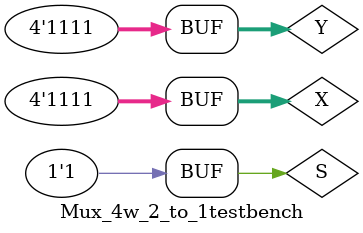
<source format=sv>
module Mux_4w_2_to_1(S,X,Y,M);
input S;
input [3:0] X;
input [3:0] Y;
output[3:0] M;
wire S;
wire [3:0] X;
wire [3:0] Y;
wire [3:0] M;

//assign M=(~S & X) | (S & Y);
assign M[0]=(~S & X[0]) | (S & Y[0]);
assign M[1]=(~S & X[1]) | (S & Y[1]);
assign M[2]=(~S & X[2]) | (S & Y[2]);
assign M[3]=(~S & X[3]) | (S & Y[3]);
/*always@(S,X,Y) begin
	for(int i=0;i<4;i++)begin
		 M[i]=(~S & X[i]) | (S & Y[i]); //This kept giving illegal reference errors even though it worked on the board.
	end
end*/
endmodule
module Mux_4w_2_to_1testbench();
reg [3:0] X;
reg [3:0] Y;
reg S;
reg [3:0] M;
Mux_4w_2_to_1 DUT(.X(X),.Y(Y),.S(S),.M(M));
initial begin
	for(int i=0;i<2;i++)begin
	S=i;
		for(int j =0;j<16;j++)begin
		X=j;
			for(int k =0;k<16;k++)begin
			Y=k;
			//Mux_4w_2_to_1(S,X,Y,M);
			#10;
			end
	
	
		end
	end
end
endmodule
		

</source>
